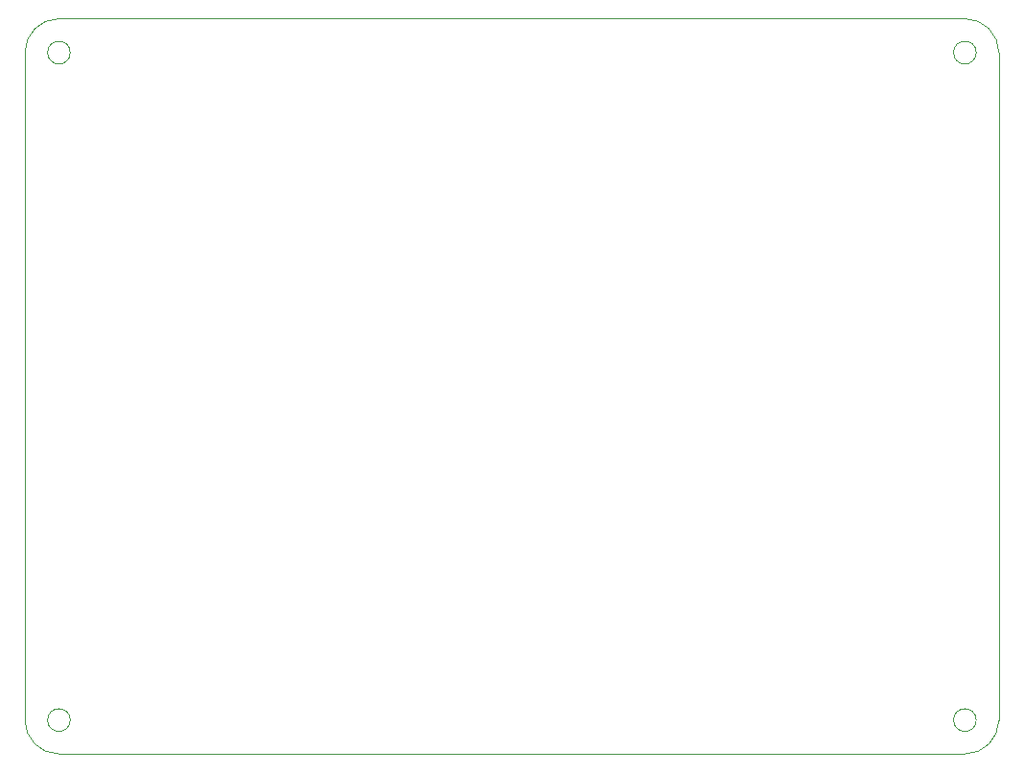
<source format=gbr>
%TF.GenerationSoftware,KiCad,Pcbnew,(6.0.2)*%
%TF.CreationDate,2022-06-23T10:44:52-05:00*%
%TF.ProjectId,ESP32,45535033-322e-46b6-9963-61645f706362,rev?*%
%TF.SameCoordinates,Original*%
%TF.FileFunction,Profile,NP*%
%FSLAX46Y46*%
G04 Gerber Fmt 4.6, Leading zero omitted, Abs format (unit mm)*
G04 Created by KiCad (PCBNEW (6.0.2)) date 2022-06-23 10:44:52*
%MOMM*%
%LPD*%
G01*
G04 APERTURE LIST*
%TA.AperFunction,Profile*%
%ADD10C,0.100000*%
%TD*%
G04 APERTURE END LIST*
D10*
X31000000Y-83000000D02*
G75*
G03*
X34000000Y-86000000I3000001J1D01*
G01*
X117000000Y-24000000D02*
X117000000Y-83000000D01*
X117000000Y-24000000D02*
G75*
G03*
X114000000Y-21000000I-3000001J-1D01*
G01*
X34000000Y-21000000D02*
G75*
G03*
X31000000Y-24000000I1J-3000001D01*
G01*
X34000000Y-21000000D02*
X114000000Y-21000000D01*
X114000000Y-86000000D02*
G75*
G03*
X117000000Y-83000000I-1J3000001D01*
G01*
X115000000Y-83000000D02*
G75*
G03*
X115000000Y-83000000I-1000000J0D01*
G01*
X31000000Y-24000000D02*
X31000000Y-83000000D01*
X35000000Y-24000000D02*
G75*
G03*
X35000000Y-24000000I-1000000J0D01*
G01*
X35000000Y-83000000D02*
G75*
G03*
X35000000Y-83000000I-1000000J0D01*
G01*
X115000000Y-24000000D02*
G75*
G03*
X115000000Y-24000000I-1000000J0D01*
G01*
X34000000Y-86000000D02*
X114000000Y-86000000D01*
M02*

</source>
